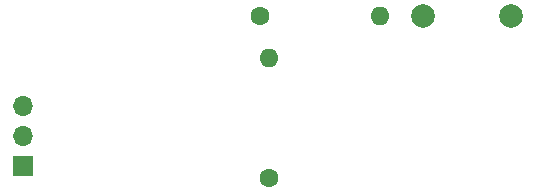
<source format=gbr>
%TF.GenerationSoftware,KiCad,Pcbnew,(6.0.10)*%
%TF.CreationDate,2023-03-20T11:55:27+01:00*%
%TF.ProjectId,616_buffer,3631365f-6275-4666-9665-722e6b696361,rev?*%
%TF.SameCoordinates,Original*%
%TF.FileFunction,Soldermask,Bot*%
%TF.FilePolarity,Negative*%
%FSLAX46Y46*%
G04 Gerber Fmt 4.6, Leading zero omitted, Abs format (unit mm)*
G04 Created by KiCad (PCBNEW (6.0.10)) date 2023-03-20 11:55:27*
%MOMM*%
%LPD*%
G01*
G04 APERTURE LIST*
%ADD10C,1.600000*%
%ADD11O,1.600000X1.600000*%
%ADD12R,1.700000X1.700000*%
%ADD13O,1.700000X1.700000*%
%ADD14C,2.000000*%
G04 APERTURE END LIST*
D10*
%TO.C,R3*%
X134874000Y-109220000D03*
D11*
X145034000Y-109220000D03*
%TD*%
D10*
%TO.C,R5*%
X135636000Y-122936000D03*
D11*
X135636000Y-112776000D03*
%TD*%
D12*
%TO.C,J1*%
X114808000Y-121920000D03*
D13*
X114808000Y-119380000D03*
X114808000Y-116840000D03*
%TD*%
D14*
%TO.C,C5*%
X156150000Y-109220000D03*
X148650000Y-109220000D03*
%TD*%
M02*

</source>
